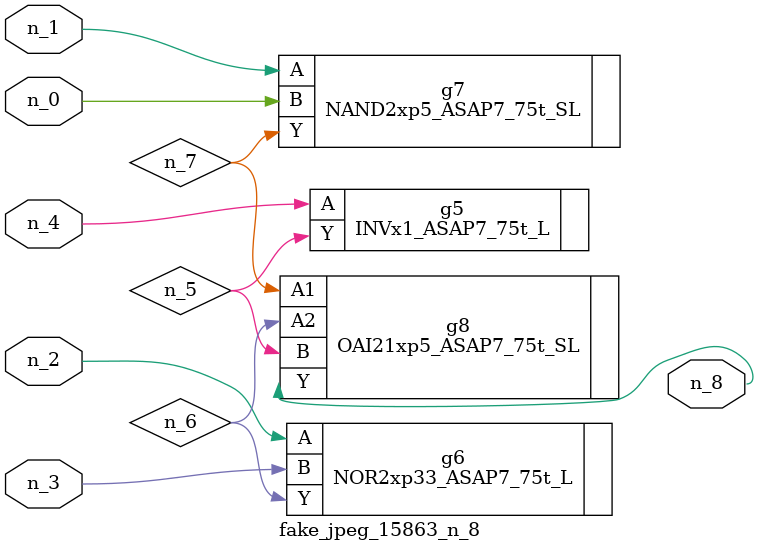
<source format=v>
module fake_jpeg_15863_n_8 (n_3, n_2, n_1, n_0, n_4, n_8);

input n_3;
input n_2;
input n_1;
input n_0;
input n_4;

output n_8;

wire n_6;
wire n_5;
wire n_7;

INVx1_ASAP7_75t_L g5 ( 
.A(n_4),
.Y(n_5)
);

NOR2xp33_ASAP7_75t_L g6 ( 
.A(n_2),
.B(n_3),
.Y(n_6)
);

NAND2xp5_ASAP7_75t_SL g7 ( 
.A(n_1),
.B(n_0),
.Y(n_7)
);

OAI21xp5_ASAP7_75t_SL g8 ( 
.A1(n_7),
.A2(n_6),
.B(n_5),
.Y(n_8)
);


endmodule
</source>
